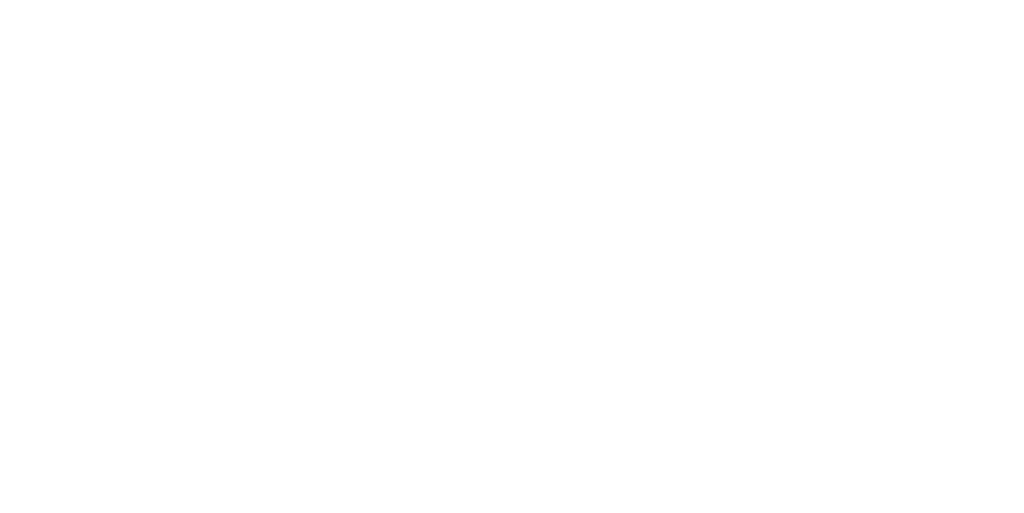
<source format=kicad_pcb>
(kicad_pcb (version 20171130) (host pcbnew "(5.0.2)-1")

  (general
    (thickness 1.6)
    (drawings 4)
    (tracks 0)
    (zones 0)
    (modules 0)
    (nets 1)
  )

  (page A4)
  (layers
    (0 F.Cu signal)
    (31 B.Cu signal)
    (32 B.Adhes user)
    (33 F.Adhes user)
    (34 B.Paste user)
    (35 F.Paste user)
    (36 B.SilkS user)
    (37 F.SilkS user)
    (38 B.Mask user)
    (39 F.Mask user)
    (40 Dwgs.User user)
    (41 Cmts.User user)
    (42 Eco1.User user)
    (43 Eco2.User user)
    (44 Edge.Cuts user)
    (45 Margin user)
    (46 B.CrtYd user)
    (47 F.CrtYd user)
    (48 B.Fab user)
    (49 F.Fab user)
  )

  (setup
    (last_trace_width 0.25)
    (trace_clearance 0.2)
    (zone_clearance 0.508)
    (zone_45_only no)
    (trace_min 0.2)
    (segment_width 0.2)
    (edge_width 0.15)
    (via_size 0.8)
    (via_drill 0.4)
    (via_min_size 0.4)
    (via_min_drill 0.3)
    (uvia_size 0.3)
    (uvia_drill 0.1)
    (uvias_allowed no)
    (uvia_min_size 0.2)
    (uvia_min_drill 0.1)
    (pcb_text_width 0.3)
    (pcb_text_size 1.5 1.5)
    (mod_edge_width 0.15)
    (mod_text_size 1 1)
    (mod_text_width 0.15)
    (pad_size 1.524 1.524)
    (pad_drill 0.762)
    (pad_to_mask_clearance 0.051)
    (solder_mask_min_width 0.25)
    (aux_axis_origin 0 0)
    (visible_elements FFFFFF7F)
    (pcbplotparams
      (layerselection 0x010fc_ffffffff)
      (usegerberextensions false)
      (usegerberattributes false)
      (usegerberadvancedattributes false)
      (creategerberjobfile false)
      (excludeedgelayer true)
      (linewidth 0.100000)
      (plotframeref false)
      (viasonmask false)
      (mode 1)
      (useauxorigin false)
      (hpglpennumber 1)
      (hpglpenspeed 20)
      (hpglpendiameter 15.000000)
      (psnegative false)
      (psa4output false)
      (plotreference true)
      (plotvalue true)
      (plotinvisibletext false)
      (padsonsilk false)
      (subtractmaskfromsilk false)
      (outputformat 1)
      (mirror false)
      (drillshape 1)
      (scaleselection 1)
      (outputdirectory ""))
  )

  (net 0 "")

  (net_class Default "This is the default net class."
    (clearance 0.2)
    (trace_width 0.25)
    (via_dia 0.8)
    (via_drill 0.4)
    (uvia_dia 0.3)
    (uvia_drill 0.1)
  )

  (gr_line (start 15 65) (end 15 15) (layer Eco1.User) (width 0.2))
  (gr_line (start 115 65) (end 15 65) (layer Eco1.User) (width 0.2))
  (gr_line (start 115 15) (end 115 65) (layer Eco1.User) (width 0.2))
  (gr_line (start 15 15) (end 115 15) (layer Eco1.User) (width 0.2))

)

</source>
